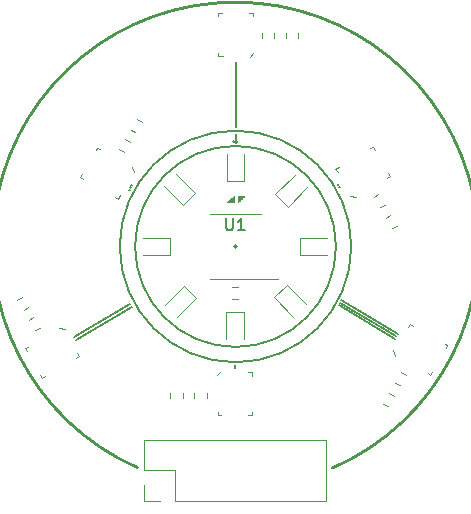
<source format=gbr>
%TF.GenerationSoftware,KiCad,Pcbnew,(5.99.0-9211-g6536d1de72)*%
%TF.CreationDate,2021-02-22T16:11:53-08:00*%
%TF.ProjectId,SoundLens,536f756e-644c-4656-9e73-2e6b69636164,rev?*%
%TF.SameCoordinates,Original*%
%TF.FileFunction,Legend,Top*%
%TF.FilePolarity,Positive*%
%FSLAX46Y46*%
G04 Gerber Fmt 4.6, Leading zero omitted, Abs format (unit mm)*
G04 Created by KiCad (PCBNEW (5.99.0-9211-g6536d1de72)) date 2021-02-22 16:11:53*
%MOMM*%
%LPD*%
G01*
G04 APERTURE LIST*
%ADD10C,0.250000*%
%ADD11C,0.150000*%
%ADD12C,0.100000*%
%ADD13C,0.120000*%
G04 APERTURE END LIST*
D10*
X91678223Y-118715313D02*
G75*
G02*
X108220000Y-118760000I8321788J18819267D01*
G01*
D11*
X91170000Y-95010000D02*
X91070000Y-94960000D01*
X108770000Y-94985000D02*
X108870000Y-94935000D01*
X108670000Y-94785000D02*
X108770000Y-94735000D01*
X100020000Y-89910000D02*
X100020000Y-84360000D01*
X86495000Y-107910000D02*
X91245000Y-105110000D01*
X109804310Y-100000000D02*
G75*
G03*
X109804310Y-100000000I-9804310J0D01*
G01*
X91070000Y-95235000D02*
X90970000Y-95185000D01*
X91270000Y-94810000D02*
X91170000Y-94760000D01*
X113520000Y-107810000D02*
X108770000Y-104960000D01*
X108507056Y-100000000D02*
G75*
G03*
X108507056Y-100000000I-8507056J0D01*
G01*
X86345000Y-107660000D02*
X91095000Y-104860000D01*
X99970000Y-110035000D02*
X99970000Y-110285000D01*
X100100000Y-100000000D02*
G75*
G03*
X100100000Y-100000000I-100000J0D01*
G01*
X113720000Y-107410000D02*
X108970000Y-104560000D01*
X113620000Y-107610000D02*
X108870000Y-104760000D01*
D12*
X99353333Y-96243333D02*
X99353333Y-96276666D01*
X99386666Y-96210000D02*
X99386666Y-96276666D01*
X99420000Y-96176666D02*
X99420000Y-96276666D01*
X99453333Y-96143333D02*
X99453333Y-96276666D01*
X99486666Y-96110000D02*
X99486666Y-96276666D01*
X99520000Y-96076666D02*
X99520000Y-96276666D01*
X99553333Y-96043333D02*
X99553333Y-96276666D01*
X99586666Y-96010000D02*
X99586666Y-96276666D01*
X99620000Y-95976666D02*
X99620000Y-96276666D01*
X99653333Y-95943333D02*
X99653333Y-96276666D01*
X99686666Y-95910000D02*
X99686666Y-96276666D01*
X99720000Y-95876666D02*
X99720000Y-96276666D01*
X99753333Y-95843333D02*
X99753333Y-96276666D01*
X99786666Y-95810000D02*
X99786666Y-96276666D01*
X99820000Y-95776666D02*
X99820000Y-96276666D01*
X99853333Y-96276666D02*
X99853333Y-95743333D01*
X99320000Y-96276666D01*
X99853333Y-96276666D01*
X100686666Y-95776666D02*
X100686666Y-95743333D01*
X100653333Y-95810000D02*
X100653333Y-95743333D01*
X100620000Y-95843333D02*
X100620000Y-95743333D01*
X100586666Y-95876666D02*
X100586666Y-95743333D01*
X100553333Y-95910000D02*
X100553333Y-95743333D01*
X100520000Y-95943333D02*
X100520000Y-95743333D01*
X100486666Y-95976666D02*
X100486666Y-95743333D01*
X100453333Y-96010000D02*
X100453333Y-95743333D01*
X100420000Y-96043333D02*
X100420000Y-95743333D01*
X100386666Y-96076666D02*
X100386666Y-95743333D01*
X100353333Y-96110000D02*
X100353333Y-95743333D01*
X100320000Y-96143333D02*
X100320000Y-95743333D01*
X100286666Y-96176666D02*
X100286666Y-95743333D01*
X100253333Y-96210000D02*
X100253333Y-95743333D01*
X100220000Y-96243333D02*
X100220000Y-95743333D01*
X100186666Y-95743333D02*
X100186666Y-96276666D01*
X100720000Y-95743333D01*
X100186666Y-95743333D01*
D11*
X100000000Y-90457619D02*
X100000000Y-91219523D01*
X100190476Y-91029047D02*
X100000000Y-91219523D01*
X99809523Y-91029047D01*
%TO.C,U1*%
X99208095Y-97612380D02*
X99208095Y-98421904D01*
X99255714Y-98517142D01*
X99303333Y-98564761D01*
X99398571Y-98612380D01*
X99589047Y-98612380D01*
X99684285Y-98564761D01*
X99731904Y-98517142D01*
X99779523Y-98421904D01*
X99779523Y-97612380D01*
X100779523Y-98612380D02*
X100208095Y-98612380D01*
X100493809Y-98612380D02*
X100493809Y-97612380D01*
X100398571Y-97755238D01*
X100303333Y-97850476D01*
X100208095Y-97898095D01*
D13*
%TO.C,MIC2*%
X101390000Y-110950000D02*
X101390000Y-110640000D01*
X101390000Y-114310000D02*
X101390000Y-114050000D01*
X98450000Y-110925000D02*
X98750000Y-110575000D01*
X98510000Y-114310000D02*
X98510000Y-114050000D01*
X98510000Y-114310000D02*
X98800000Y-114310000D01*
X101100000Y-114310000D02*
X101390000Y-114310000D01*
X101050000Y-110650000D02*
X101390000Y-110640000D01*
%TO.C,C7*%
X97562500Y-112392742D02*
X97562500Y-112867258D01*
X96517500Y-112392742D02*
X96517500Y-112867258D01*
%TO.C,D5*%
X100685000Y-107800000D02*
X100685000Y-105515000D01*
X100685000Y-105515000D02*
X99215000Y-105515000D01*
X99215000Y-105515000D02*
X99215000Y-107800000D01*
%TO.C,C3*%
X112213779Y-96685127D02*
X112624721Y-96447869D01*
X111691279Y-95780131D02*
X112102221Y-95542873D01*
%TO.C,MIC5*%
X113529311Y-109236538D02*
X113376202Y-108801730D01*
X115020962Y-106702923D02*
X114752494Y-106547923D01*
X117930807Y-108382923D02*
X117705641Y-108252923D01*
X117785807Y-108634071D02*
X117930807Y-108382923D01*
X116490807Y-110877077D02*
X116635807Y-110625929D01*
X116490807Y-110877077D02*
X116265641Y-110747077D01*
X114591154Y-106847372D02*
X114752494Y-106547923D01*
%TO.C,D4*%
X103280223Y-104319670D02*
X104895962Y-105935409D01*
X104319670Y-103280223D02*
X103280223Y-104319670D01*
X105935409Y-104895962D02*
X104319670Y-103280223D01*
%TO.C,C12*%
X91528221Y-90335127D02*
X91117279Y-90097869D01*
X92050721Y-89430131D02*
X91639779Y-89192873D01*
%TO.C,C8*%
X95522500Y-112382742D02*
X95522500Y-112857258D01*
X94477500Y-112382742D02*
X94477500Y-112857258D01*
%TO.C,C11*%
X91066721Y-91116131D02*
X90655779Y-90878873D01*
X90544221Y-92021127D02*
X90133279Y-91783869D01*
%TO.C,D7*%
X92200000Y-100735000D02*
X94485000Y-100735000D01*
X94485000Y-100735000D02*
X94485000Y-99265000D01*
X94485000Y-99265000D02*
X92200000Y-99265000D01*
%TO.C,C5*%
X114039308Y-110624373D02*
X114450250Y-110861631D01*
X113516808Y-111529369D02*
X113927750Y-111766627D01*
%TO.C,D3*%
X105465000Y-99265000D02*
X105465000Y-100735000D01*
X105465000Y-100735000D02*
X107750000Y-100735000D01*
X107750000Y-99265000D02*
X105465000Y-99265000D01*
%TO.C,D6*%
X95630330Y-103330223D02*
X94014591Y-104945962D01*
X96669777Y-104369670D02*
X95630330Y-103330223D01*
X95054038Y-105985409D02*
X96669777Y-104369670D01*
%TO.C,C10*%
X82466721Y-105163869D02*
X82055779Y-105401127D01*
X81944221Y-104258873D02*
X81533279Y-104496131D01*
%TO.C,C2*%
X104269500Y-82381258D02*
X104269500Y-81906742D01*
X105314500Y-82381258D02*
X105314500Y-81906742D01*
%TO.C,MIC3*%
X86519038Y-109447077D02*
X86787506Y-109292077D01*
X82169193Y-108632923D02*
X82314193Y-108884071D01*
X83609193Y-111127077D02*
X83834359Y-110997077D01*
X85070689Y-106888462D02*
X85523798Y-106973270D01*
X83464193Y-110875929D02*
X83609193Y-111127077D01*
X82169193Y-108632923D02*
X82394359Y-108502923D01*
X86608846Y-109002628D02*
X86787506Y-109292077D01*
%TO.C,D2*%
X104995962Y-93964591D02*
X103380223Y-95580330D01*
X104419670Y-96619777D02*
X106035409Y-95004038D01*
X103380223Y-95580330D02*
X104419670Y-96619777D01*
%TO.C,R1*%
X99712742Y-104472500D02*
X100187258Y-104472500D01*
X99712742Y-103427500D02*
X100187258Y-103427500D01*
%TO.C,C6*%
X112500808Y-113307369D02*
X112911750Y-113544627D01*
X113023308Y-112402373D02*
X113434250Y-112639631D01*
%TO.C,C4*%
X113229779Y-98463127D02*
X113640721Y-98225869D01*
X112707279Y-97558131D02*
X113118221Y-97320873D01*
%TO.C,C9*%
X83414721Y-106861869D02*
X83003779Y-107099127D01*
X82892221Y-105956873D02*
X82481279Y-106194131D01*
%TO.C,MIC4*%
X108641154Y-93689840D02*
X108462494Y-93400391D01*
X108730962Y-93245391D02*
X108462494Y-93400391D01*
X110179311Y-95804006D02*
X109726202Y-95719198D01*
X113080807Y-94059545D02*
X112855641Y-94189545D01*
X111785807Y-91816539D02*
X111640807Y-91565391D01*
X113080807Y-94059545D02*
X112935807Y-93808397D01*
X111640807Y-91565391D02*
X111415641Y-91695391D01*
%TO.C,C1*%
X102237500Y-82381258D02*
X102237500Y-81906742D01*
X103282500Y-82381258D02*
X103282500Y-81906742D01*
%TO.C,MIC6*%
X87019578Y-93865929D02*
X86874578Y-94117077D01*
X88314578Y-91622923D02*
X88539744Y-91752923D01*
X90214231Y-95652628D02*
X90052891Y-95952077D01*
X86874578Y-94117077D02*
X87099744Y-94247077D01*
X89784423Y-95797077D02*
X90052891Y-95952077D01*
X88314578Y-91622923D02*
X88169578Y-91874071D01*
X91276074Y-93263462D02*
X91429183Y-93698270D01*
%TO.C,D8*%
X95530330Y-96519777D02*
X96569777Y-95480330D01*
X93914591Y-94904038D02*
X95530330Y-96519777D01*
X96569777Y-95480330D02*
X94954038Y-93864591D01*
%TO.C,J1*%
X94870000Y-121555000D02*
X107630000Y-121555000D01*
X94870000Y-118955000D02*
X92270000Y-118955000D01*
X92270000Y-121555000D02*
X92270000Y-120225000D01*
X92270000Y-118955000D02*
X92270000Y-116355000D01*
X92270000Y-116355000D02*
X107630000Y-116355000D01*
X93600000Y-121555000D02*
X92270000Y-121555000D01*
X94870000Y-121555000D02*
X94870000Y-118955000D01*
X107630000Y-121555000D02*
X107630000Y-116355000D01*
%TO.C,U1*%
X100000000Y-102735000D02*
X103600000Y-102735000D01*
X100000000Y-97265000D02*
X102200000Y-97265000D01*
X100000000Y-97265000D02*
X97800000Y-97265000D01*
X100000000Y-102735000D02*
X97800000Y-102735000D01*
%TO.C,MIC1*%
X101500000Y-83625000D02*
X101200000Y-83975000D01*
X98560000Y-83600000D02*
X98560000Y-83910000D01*
X101440000Y-80240000D02*
X101150000Y-80240000D01*
X98560000Y-80240000D02*
X98560000Y-80500000D01*
X98850000Y-80240000D02*
X98560000Y-80240000D01*
X98900000Y-83900000D02*
X98560000Y-83910000D01*
X101440000Y-80240000D02*
X101440000Y-80500000D01*
%TO.C,D1*%
X100735000Y-94497500D02*
X100735000Y-92212500D01*
X99265000Y-92212500D02*
X99265000Y-94497500D01*
X99265000Y-94497500D02*
X100735000Y-94497500D01*
%TD*%
M02*

</source>
